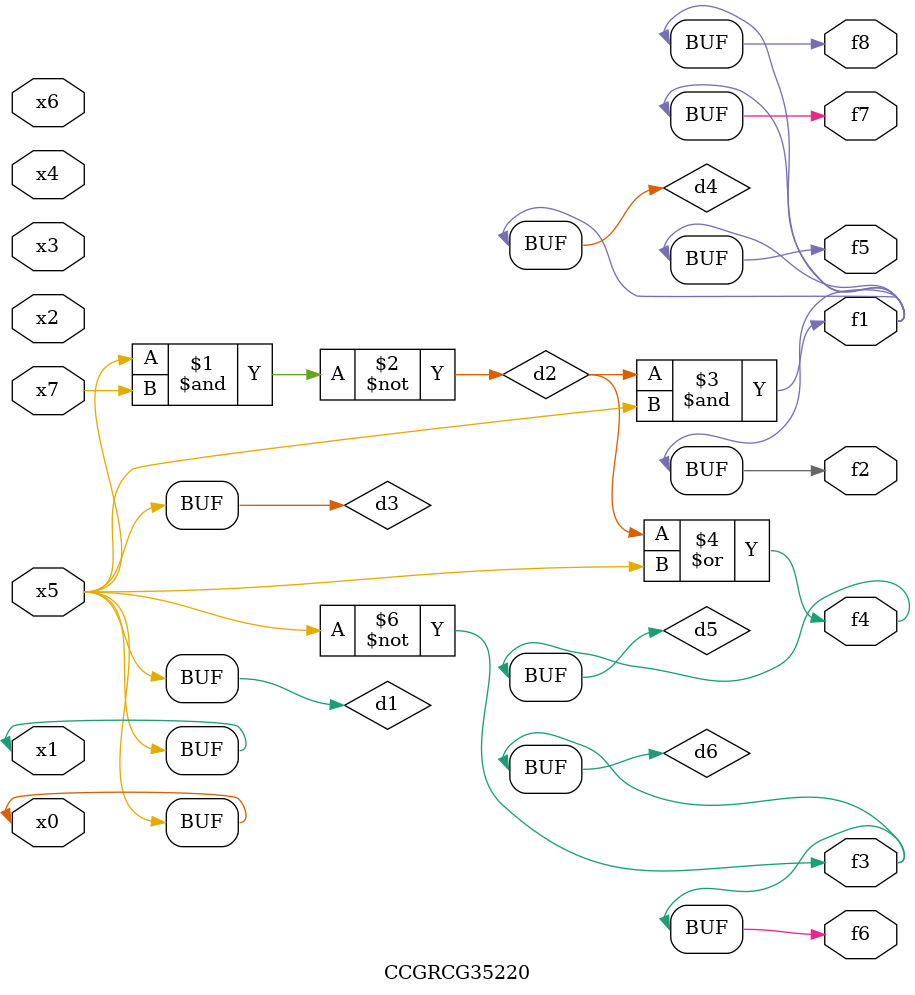
<source format=v>
module CCGRCG35220(
	input x0, x1, x2, x3, x4, x5, x6, x7,
	output f1, f2, f3, f4, f5, f6, f7, f8
);

	wire d1, d2, d3, d4, d5, d6;

	buf (d1, x0, x5);
	nand (d2, x5, x7);
	buf (d3, x0, x1);
	and (d4, d2, d3);
	or (d5, d2, d3);
	nor (d6, d1, d3);
	assign f1 = d4;
	assign f2 = d4;
	assign f3 = d6;
	assign f4 = d5;
	assign f5 = d4;
	assign f6 = d6;
	assign f7 = d4;
	assign f8 = d4;
endmodule

</source>
